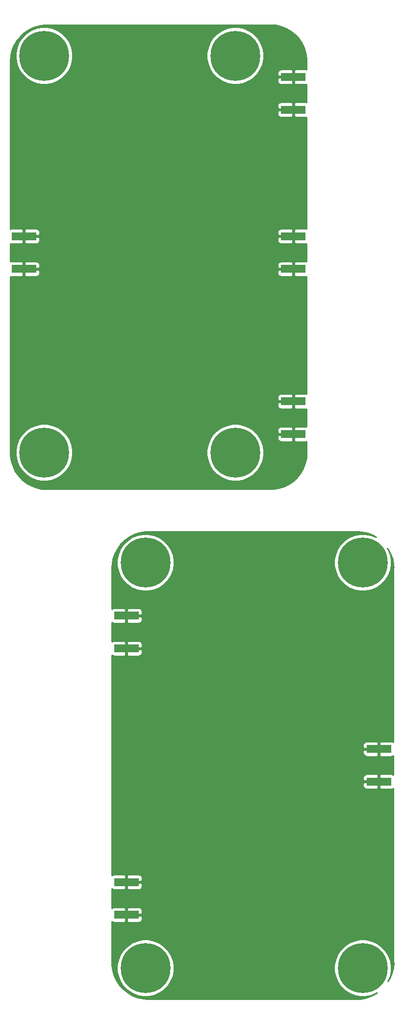
<source format=gbr>
%TF.GenerationSoftware,KiCad,Pcbnew,(5.1.6)-1*%
%TF.CreationDate,2021-12-16T16:10:30-05:00*%
%TF.ProjectId,RFID_PROJECT,52464944-5f50-4524-9f4a-4543542e6b69,c*%
%TF.SameCoordinates,Original*%
%TF.FileFunction,Copper,L4,Bot*%
%TF.FilePolarity,Positive*%
%FSLAX46Y46*%
G04 Gerber Fmt 4.6, Leading zero omitted, Abs format (unit mm)*
G04 Created by KiCad (PCBNEW (5.1.6)-1) date 2021-12-16 16:10:30*
%MOMM*%
%LPD*%
G01*
G04 APERTURE LIST*
%TA.AperFunction,ComponentPad*%
%ADD10C,0.900000*%
%TD*%
%TA.AperFunction,ComponentPad*%
%ADD11C,8.600000*%
%TD*%
%TA.AperFunction,SMDPad,CuDef*%
%ADD12R,4.200000X1.350000*%
%TD*%
%TA.AperFunction,ViaPad*%
%ADD13C,1.000000*%
%TD*%
%TA.AperFunction,Conductor*%
%ADD14C,0.254000*%
%TD*%
G04 APERTURE END LIST*
D10*
%TO.P,H8,1*%
%TO.N,N/C*%
X146280419Y-182219581D03*
X144000000Y-181275000D03*
X141719581Y-182219581D03*
X140775000Y-184500000D03*
X141719581Y-186780419D03*
X144000000Y-187725000D03*
X146280419Y-186780419D03*
X147225000Y-184500000D03*
D11*
X144000000Y-184500000D03*
%TD*%
D10*
%TO.P,H7,1*%
%TO.N,N/C*%
X108780419Y-182219581D03*
X106500000Y-181275000D03*
X104219581Y-182219581D03*
X103275000Y-184500000D03*
X104219581Y-186780419D03*
X106500000Y-187725000D03*
X108780419Y-186780419D03*
X109725000Y-184500000D03*
D11*
X106500000Y-184500000D03*
%TD*%
D10*
%TO.P,H6,1*%
%TO.N,N/C*%
X146280419Y-112219581D03*
X144000000Y-111275000D03*
X141719581Y-112219581D03*
X140775000Y-114500000D03*
X141719581Y-116780419D03*
X144000000Y-117725000D03*
X146280419Y-116780419D03*
X147225000Y-114500000D03*
D11*
X144000000Y-114500000D03*
%TD*%
D10*
%TO.P,H5,1*%
%TO.N,N/C*%
X108780419Y-112219581D03*
X106500000Y-111275000D03*
X104219581Y-112219581D03*
X103275000Y-114500000D03*
X104219581Y-116780419D03*
X106500000Y-117725000D03*
X108780419Y-116780419D03*
X109725000Y-114500000D03*
D11*
X106500000Y-114500000D03*
%TD*%
D10*
%TO.P,H4,1*%
%TO.N,N/C*%
X124280419Y-93219581D03*
X122000000Y-92275000D03*
X119719581Y-93219581D03*
X118775000Y-95500000D03*
X119719581Y-97780419D03*
X122000000Y-98725000D03*
X124280419Y-97780419D03*
X125225000Y-95500000D03*
D11*
X122000000Y-95500000D03*
%TD*%
D10*
%TO.P,H3,1*%
%TO.N,N/C*%
X91280419Y-93219581D03*
X89000000Y-92275000D03*
X86719581Y-93219581D03*
X85775000Y-95500000D03*
X86719581Y-97780419D03*
X89000000Y-98725000D03*
X91280419Y-97780419D03*
X92225000Y-95500000D03*
D11*
X89000000Y-95500000D03*
%TD*%
D10*
%TO.P,H2,1*%
%TO.N,N/C*%
X124280419Y-24719581D03*
X122000000Y-23775000D03*
X119719581Y-24719581D03*
X118775000Y-27000000D03*
X119719581Y-29280419D03*
X122000000Y-30225000D03*
X124280419Y-29280419D03*
X125225000Y-27000000D03*
D11*
X122000000Y-27000000D03*
%TD*%
D10*
%TO.P,H1,1*%
%TO.N,N/C*%
X91280419Y-24719581D03*
X89000000Y-23775000D03*
X86719581Y-24719581D03*
X85775000Y-27000000D03*
X86719581Y-29280419D03*
X89000000Y-30225000D03*
X91280419Y-29280419D03*
X92225000Y-27000000D03*
D11*
X89000000Y-27000000D03*
%TD*%
D12*
%TO.P,J1,2*%
%TO.N,GND*%
X85500000Y-58175000D03*
X85500000Y-63825000D03*
%TD*%
%TO.P,J2,2*%
%TO.N,GND*%
X132030001Y-30675000D03*
X132030001Y-36325000D03*
%TD*%
%TO.P,J3,2*%
%TO.N,GND*%
X132030001Y-63825000D03*
X132030001Y-58175000D03*
%TD*%
%TO.P,J4,2*%
%TO.N,GND*%
X132030001Y-86675000D03*
X132030001Y-92325000D03*
%TD*%
%TO.P,J5,2*%
%TO.N,GND1*%
X103200000Y-123675000D03*
X103200000Y-129325000D03*
%TD*%
%TO.P,J6,2*%
%TO.N,GND1*%
X103200000Y-169675000D03*
X103200000Y-175325000D03*
%TD*%
%TO.P,J7,2*%
%TO.N,GND1*%
X146800000Y-146675000D03*
X146800000Y-152325000D03*
%TD*%
D13*
%TO.N,GND*%
X94000000Y-32500000D03*
X117000000Y-32500000D03*
X116000000Y-90500000D03*
X94000000Y-90500000D03*
%TO.N,GND1*%
X110500000Y-119500000D03*
X138500000Y-118500000D03*
X138500000Y-179500000D03*
X110500000Y-179500000D03*
%TD*%
D14*
%TO.N,GND*%
G36*
X89365717Y-21675088D02*
G01*
X89466353Y-21685000D01*
X128033647Y-21685000D01*
X128134283Y-21675088D01*
X128142993Y-21672446D01*
X128936842Y-21731439D01*
X129853106Y-21938769D01*
X130728657Y-22279252D01*
X131544265Y-22745410D01*
X132282014Y-23327005D01*
X132925689Y-24011251D01*
X133461160Y-24783129D01*
X133876659Y-25625677D01*
X134163054Y-26520376D01*
X134315689Y-27457579D01*
X134332427Y-27840946D01*
X134324912Y-27865718D01*
X134315000Y-27966354D01*
X134315000Y-29392546D01*
X134254483Y-29374188D01*
X134130001Y-29361928D01*
X132315751Y-29365000D01*
X132157001Y-29523750D01*
X132157001Y-30548000D01*
X132177001Y-30548000D01*
X132177001Y-30802000D01*
X132157001Y-30802000D01*
X132157001Y-31826250D01*
X132315751Y-31985000D01*
X134130001Y-31988072D01*
X134254483Y-31975812D01*
X134315000Y-31957454D01*
X134315000Y-35042546D01*
X134254483Y-35024188D01*
X134130001Y-35011928D01*
X132315751Y-35015000D01*
X132157001Y-35173750D01*
X132157001Y-36198000D01*
X132177001Y-36198000D01*
X132177001Y-36452000D01*
X132157001Y-36452000D01*
X132157001Y-37476250D01*
X132315751Y-37635000D01*
X134130001Y-37638072D01*
X134254483Y-37625812D01*
X134315000Y-37607454D01*
X134315000Y-56892546D01*
X134254483Y-56874188D01*
X134130001Y-56861928D01*
X132315751Y-56865000D01*
X132157001Y-57023750D01*
X132157001Y-58048000D01*
X132177001Y-58048000D01*
X132177001Y-58302000D01*
X132157001Y-58302000D01*
X132157001Y-59326250D01*
X132315751Y-59485000D01*
X134130001Y-59488072D01*
X134254483Y-59475812D01*
X134315000Y-59457454D01*
X134315001Y-62542546D01*
X134254483Y-62524188D01*
X134130001Y-62511928D01*
X132315751Y-62515000D01*
X132157001Y-62673750D01*
X132157001Y-63698000D01*
X132177001Y-63698000D01*
X132177001Y-63952000D01*
X132157001Y-63952000D01*
X132157001Y-64976250D01*
X132315751Y-65135000D01*
X134130001Y-65138072D01*
X134254483Y-65125812D01*
X134315001Y-65107454D01*
X134315001Y-85392546D01*
X134254483Y-85374188D01*
X134130001Y-85361928D01*
X132315751Y-85365000D01*
X132157001Y-85523750D01*
X132157001Y-86548000D01*
X132177001Y-86548000D01*
X132177001Y-86802000D01*
X132157001Y-86802000D01*
X132157001Y-87826250D01*
X132315751Y-87985000D01*
X134130001Y-87988072D01*
X134254483Y-87975812D01*
X134315001Y-87957454D01*
X134315001Y-91042546D01*
X134254483Y-91024188D01*
X134130001Y-91011928D01*
X132315751Y-91015000D01*
X132157001Y-91173750D01*
X132157001Y-92198000D01*
X132177001Y-92198000D01*
X132177001Y-92452000D01*
X132157001Y-92452000D01*
X132157001Y-93476250D01*
X132315751Y-93635000D01*
X134130001Y-93638072D01*
X134254483Y-93625812D01*
X134315001Y-93607454D01*
X134315001Y-95533647D01*
X134324913Y-95634283D01*
X134327554Y-95642990D01*
X134268561Y-96436841D01*
X134061231Y-97353106D01*
X133720748Y-98228657D01*
X133254590Y-99044265D01*
X132672995Y-99782014D01*
X131988749Y-100425689D01*
X131216871Y-100961160D01*
X130374323Y-101376659D01*
X129479624Y-101663054D01*
X128542414Y-101815689D01*
X128159055Y-101832427D01*
X128134283Y-101824912D01*
X128033647Y-101815000D01*
X89466353Y-101815000D01*
X89365717Y-101824912D01*
X89357007Y-101827554D01*
X88563159Y-101768561D01*
X87646894Y-101561231D01*
X86771343Y-101220748D01*
X85955735Y-100754590D01*
X85217986Y-100172995D01*
X84574311Y-99488749D01*
X84038840Y-98716871D01*
X83623341Y-97874323D01*
X83336946Y-96979624D01*
X83184311Y-96042414D01*
X83167573Y-95659055D01*
X83175088Y-95634283D01*
X83185000Y-95533647D01*
X83185000Y-95013945D01*
X84065000Y-95013945D01*
X84065000Y-95986055D01*
X84254650Y-96939486D01*
X84626660Y-97837599D01*
X85166735Y-98645879D01*
X85854121Y-99333265D01*
X86662401Y-99873340D01*
X87560514Y-100245350D01*
X88513945Y-100435000D01*
X89486055Y-100435000D01*
X90439486Y-100245350D01*
X91337599Y-99873340D01*
X92145879Y-99333265D01*
X92833265Y-98645879D01*
X93373340Y-97837599D01*
X93745350Y-96939486D01*
X93935000Y-95986055D01*
X93935000Y-95013945D01*
X117065000Y-95013945D01*
X117065000Y-95986055D01*
X117254650Y-96939486D01*
X117626660Y-97837599D01*
X118166735Y-98645879D01*
X118854121Y-99333265D01*
X119662401Y-99873340D01*
X120560514Y-100245350D01*
X121513945Y-100435000D01*
X122486055Y-100435000D01*
X123439486Y-100245350D01*
X124337599Y-99873340D01*
X125145879Y-99333265D01*
X125833265Y-98645879D01*
X126373340Y-97837599D01*
X126745350Y-96939486D01*
X126935000Y-95986055D01*
X126935000Y-95013945D01*
X126745350Y-94060514D01*
X126373340Y-93162401D01*
X126264828Y-93000000D01*
X129291929Y-93000000D01*
X129304189Y-93124482D01*
X129340499Y-93244180D01*
X129399464Y-93354494D01*
X129478816Y-93451185D01*
X129575507Y-93530537D01*
X129685821Y-93589502D01*
X129805519Y-93625812D01*
X129930001Y-93638072D01*
X131744251Y-93635000D01*
X131903001Y-93476250D01*
X131903001Y-92452000D01*
X129453751Y-92452000D01*
X129295001Y-92610750D01*
X129291929Y-93000000D01*
X126264828Y-93000000D01*
X125833265Y-92354121D01*
X125145879Y-91666735D01*
X125120834Y-91650000D01*
X129291929Y-91650000D01*
X129295001Y-92039250D01*
X129453751Y-92198000D01*
X131903001Y-92198000D01*
X131903001Y-91173750D01*
X131744251Y-91015000D01*
X129930001Y-91011928D01*
X129805519Y-91024188D01*
X129685821Y-91060498D01*
X129575507Y-91119463D01*
X129478816Y-91198815D01*
X129399464Y-91295506D01*
X129340499Y-91405820D01*
X129304189Y-91525518D01*
X129291929Y-91650000D01*
X125120834Y-91650000D01*
X124337599Y-91126660D01*
X123439486Y-90754650D01*
X122486055Y-90565000D01*
X121513945Y-90565000D01*
X120560514Y-90754650D01*
X119662401Y-91126660D01*
X118854121Y-91666735D01*
X118166735Y-92354121D01*
X117626660Y-93162401D01*
X117254650Y-94060514D01*
X117065000Y-95013945D01*
X93935000Y-95013945D01*
X93745350Y-94060514D01*
X93373340Y-93162401D01*
X92833265Y-92354121D01*
X92145879Y-91666735D01*
X91337599Y-91126660D01*
X90439486Y-90754650D01*
X89486055Y-90565000D01*
X88513945Y-90565000D01*
X87560514Y-90754650D01*
X86662401Y-91126660D01*
X85854121Y-91666735D01*
X85166735Y-92354121D01*
X84626660Y-93162401D01*
X84254650Y-94060514D01*
X84065000Y-95013945D01*
X83185000Y-95013945D01*
X83185000Y-87350000D01*
X129291929Y-87350000D01*
X129304189Y-87474482D01*
X129340499Y-87594180D01*
X129399464Y-87704494D01*
X129478816Y-87801185D01*
X129575507Y-87880537D01*
X129685821Y-87939502D01*
X129805519Y-87975812D01*
X129930001Y-87988072D01*
X131744251Y-87985000D01*
X131903001Y-87826250D01*
X131903001Y-86802000D01*
X129453751Y-86802000D01*
X129295001Y-86960750D01*
X129291929Y-87350000D01*
X83185000Y-87350000D01*
X83185000Y-86000000D01*
X129291929Y-86000000D01*
X129295001Y-86389250D01*
X129453751Y-86548000D01*
X131903001Y-86548000D01*
X131903001Y-85523750D01*
X131744251Y-85365000D01*
X129930001Y-85361928D01*
X129805519Y-85374188D01*
X129685821Y-85410498D01*
X129575507Y-85469463D01*
X129478816Y-85548815D01*
X129399464Y-85645506D01*
X129340499Y-85755820D01*
X129304189Y-85875518D01*
X129291929Y-86000000D01*
X83185000Y-86000000D01*
X83185000Y-65098354D01*
X83275518Y-65125812D01*
X83400000Y-65138072D01*
X85214250Y-65135000D01*
X85373000Y-64976250D01*
X85373000Y-63952000D01*
X85627000Y-63952000D01*
X85627000Y-64976250D01*
X85785750Y-65135000D01*
X87600000Y-65138072D01*
X87724482Y-65125812D01*
X87844180Y-65089502D01*
X87954494Y-65030537D01*
X88051185Y-64951185D01*
X88130537Y-64854494D01*
X88189502Y-64744180D01*
X88225812Y-64624482D01*
X88238072Y-64500000D01*
X129291929Y-64500000D01*
X129304189Y-64624482D01*
X129340499Y-64744180D01*
X129399464Y-64854494D01*
X129478816Y-64951185D01*
X129575507Y-65030537D01*
X129685821Y-65089502D01*
X129805519Y-65125812D01*
X129930001Y-65138072D01*
X131744251Y-65135000D01*
X131903001Y-64976250D01*
X131903001Y-63952000D01*
X129453751Y-63952000D01*
X129295001Y-64110750D01*
X129291929Y-64500000D01*
X88238072Y-64500000D01*
X88235000Y-64110750D01*
X88076250Y-63952000D01*
X85627000Y-63952000D01*
X85373000Y-63952000D01*
X85353000Y-63952000D01*
X85353000Y-63698000D01*
X85373000Y-63698000D01*
X85373000Y-62673750D01*
X85627000Y-62673750D01*
X85627000Y-63698000D01*
X88076250Y-63698000D01*
X88235000Y-63539250D01*
X88238072Y-63150000D01*
X129291929Y-63150000D01*
X129295001Y-63539250D01*
X129453751Y-63698000D01*
X131903001Y-63698000D01*
X131903001Y-62673750D01*
X131744251Y-62515000D01*
X129930001Y-62511928D01*
X129805519Y-62524188D01*
X129685821Y-62560498D01*
X129575507Y-62619463D01*
X129478816Y-62698815D01*
X129399464Y-62795506D01*
X129340499Y-62905820D01*
X129304189Y-63025518D01*
X129291929Y-63150000D01*
X88238072Y-63150000D01*
X88225812Y-63025518D01*
X88189502Y-62905820D01*
X88130537Y-62795506D01*
X88051185Y-62698815D01*
X87954494Y-62619463D01*
X87844180Y-62560498D01*
X87724482Y-62524188D01*
X87600000Y-62511928D01*
X85785750Y-62515000D01*
X85627000Y-62673750D01*
X85373000Y-62673750D01*
X85214250Y-62515000D01*
X83400000Y-62511928D01*
X83275518Y-62524188D01*
X83185000Y-62551646D01*
X83185000Y-59448354D01*
X83275518Y-59475812D01*
X83400000Y-59488072D01*
X85214250Y-59485000D01*
X85373000Y-59326250D01*
X85373000Y-58302000D01*
X85627000Y-58302000D01*
X85627000Y-59326250D01*
X85785750Y-59485000D01*
X87600000Y-59488072D01*
X87724482Y-59475812D01*
X87844180Y-59439502D01*
X87954494Y-59380537D01*
X88051185Y-59301185D01*
X88130537Y-59204494D01*
X88189502Y-59094180D01*
X88225812Y-58974482D01*
X88238072Y-58850000D01*
X129291929Y-58850000D01*
X129304189Y-58974482D01*
X129340499Y-59094180D01*
X129399464Y-59204494D01*
X129478816Y-59301185D01*
X129575507Y-59380537D01*
X129685821Y-59439502D01*
X129805519Y-59475812D01*
X129930001Y-59488072D01*
X131744251Y-59485000D01*
X131903001Y-59326250D01*
X131903001Y-58302000D01*
X129453751Y-58302000D01*
X129295001Y-58460750D01*
X129291929Y-58850000D01*
X88238072Y-58850000D01*
X88235000Y-58460750D01*
X88076250Y-58302000D01*
X85627000Y-58302000D01*
X85373000Y-58302000D01*
X85353000Y-58302000D01*
X85353000Y-58048000D01*
X85373000Y-58048000D01*
X85373000Y-57023750D01*
X85627000Y-57023750D01*
X85627000Y-58048000D01*
X88076250Y-58048000D01*
X88235000Y-57889250D01*
X88238072Y-57500000D01*
X129291929Y-57500000D01*
X129295001Y-57889250D01*
X129453751Y-58048000D01*
X131903001Y-58048000D01*
X131903001Y-57023750D01*
X131744251Y-56865000D01*
X129930001Y-56861928D01*
X129805519Y-56874188D01*
X129685821Y-56910498D01*
X129575507Y-56969463D01*
X129478816Y-57048815D01*
X129399464Y-57145506D01*
X129340499Y-57255820D01*
X129304189Y-57375518D01*
X129291929Y-57500000D01*
X88238072Y-57500000D01*
X88225812Y-57375518D01*
X88189502Y-57255820D01*
X88130537Y-57145506D01*
X88051185Y-57048815D01*
X87954494Y-56969463D01*
X87844180Y-56910498D01*
X87724482Y-56874188D01*
X87600000Y-56861928D01*
X85785750Y-56865000D01*
X85627000Y-57023750D01*
X85373000Y-57023750D01*
X85214250Y-56865000D01*
X83400000Y-56861928D01*
X83275518Y-56874188D01*
X83185000Y-56901646D01*
X83185000Y-37000000D01*
X129291929Y-37000000D01*
X129304189Y-37124482D01*
X129340499Y-37244180D01*
X129399464Y-37354494D01*
X129478816Y-37451185D01*
X129575507Y-37530537D01*
X129685821Y-37589502D01*
X129805519Y-37625812D01*
X129930001Y-37638072D01*
X131744251Y-37635000D01*
X131903001Y-37476250D01*
X131903001Y-36452000D01*
X129453751Y-36452000D01*
X129295001Y-36610750D01*
X129291929Y-37000000D01*
X83185000Y-37000000D01*
X83185000Y-35650000D01*
X129291929Y-35650000D01*
X129295001Y-36039250D01*
X129453751Y-36198000D01*
X131903001Y-36198000D01*
X131903001Y-35173750D01*
X131744251Y-35015000D01*
X129930001Y-35011928D01*
X129805519Y-35024188D01*
X129685821Y-35060498D01*
X129575507Y-35119463D01*
X129478816Y-35198815D01*
X129399464Y-35295506D01*
X129340499Y-35405820D01*
X129304189Y-35525518D01*
X129291929Y-35650000D01*
X83185000Y-35650000D01*
X83185000Y-27966353D01*
X83175088Y-27865717D01*
X83172446Y-27857007D01*
X83231439Y-27063158D01*
X83355713Y-26513945D01*
X84065000Y-26513945D01*
X84065000Y-27486055D01*
X84254650Y-28439486D01*
X84626660Y-29337599D01*
X85166735Y-30145879D01*
X85854121Y-30833265D01*
X86662401Y-31373340D01*
X87560514Y-31745350D01*
X88513945Y-31935000D01*
X89486055Y-31935000D01*
X90439486Y-31745350D01*
X91337599Y-31373340D01*
X92145879Y-30833265D01*
X92833265Y-30145879D01*
X93373340Y-29337599D01*
X93745350Y-28439486D01*
X93935000Y-27486055D01*
X93935000Y-26513945D01*
X117065000Y-26513945D01*
X117065000Y-27486055D01*
X117254650Y-28439486D01*
X117626660Y-29337599D01*
X118166735Y-30145879D01*
X118854121Y-30833265D01*
X119662401Y-31373340D01*
X120560514Y-31745350D01*
X121513945Y-31935000D01*
X122486055Y-31935000D01*
X123439486Y-31745350D01*
X124337599Y-31373340D01*
X124372529Y-31350000D01*
X129291929Y-31350000D01*
X129304189Y-31474482D01*
X129340499Y-31594180D01*
X129399464Y-31704494D01*
X129478816Y-31801185D01*
X129575507Y-31880537D01*
X129685821Y-31939502D01*
X129805519Y-31975812D01*
X129930001Y-31988072D01*
X131744251Y-31985000D01*
X131903001Y-31826250D01*
X131903001Y-30802000D01*
X129453751Y-30802000D01*
X129295001Y-30960750D01*
X129291929Y-31350000D01*
X124372529Y-31350000D01*
X125145879Y-30833265D01*
X125833265Y-30145879D01*
X125930738Y-30000000D01*
X129291929Y-30000000D01*
X129295001Y-30389250D01*
X129453751Y-30548000D01*
X131903001Y-30548000D01*
X131903001Y-29523750D01*
X131744251Y-29365000D01*
X129930001Y-29361928D01*
X129805519Y-29374188D01*
X129685821Y-29410498D01*
X129575507Y-29469463D01*
X129478816Y-29548815D01*
X129399464Y-29645506D01*
X129340499Y-29755820D01*
X129304189Y-29875518D01*
X129291929Y-30000000D01*
X125930738Y-30000000D01*
X126373340Y-29337599D01*
X126745350Y-28439486D01*
X126935000Y-27486055D01*
X126935000Y-26513945D01*
X126745350Y-25560514D01*
X126373340Y-24662401D01*
X125833265Y-23854121D01*
X125145879Y-23166735D01*
X124337599Y-22626660D01*
X123439486Y-22254650D01*
X122486055Y-22065000D01*
X121513945Y-22065000D01*
X120560514Y-22254650D01*
X119662401Y-22626660D01*
X118854121Y-23166735D01*
X118166735Y-23854121D01*
X117626660Y-24662401D01*
X117254650Y-25560514D01*
X117065000Y-26513945D01*
X93935000Y-26513945D01*
X93745350Y-25560514D01*
X93373340Y-24662401D01*
X92833265Y-23854121D01*
X92145879Y-23166735D01*
X91337599Y-22626660D01*
X90439486Y-22254650D01*
X89486055Y-22065000D01*
X88513945Y-22065000D01*
X87560514Y-22254650D01*
X86662401Y-22626660D01*
X85854121Y-23166735D01*
X85166735Y-23854121D01*
X84626660Y-24662401D01*
X84254650Y-25560514D01*
X84065000Y-26513945D01*
X83355713Y-26513945D01*
X83438769Y-26146894D01*
X83779252Y-25271343D01*
X84245410Y-24455735D01*
X84827005Y-23717986D01*
X85511251Y-23074311D01*
X86283129Y-22538840D01*
X87125677Y-22123341D01*
X88020376Y-21836946D01*
X88957579Y-21684311D01*
X89340945Y-21667573D01*
X89365717Y-21675088D01*
G37*
X89365717Y-21675088D02*
X89466353Y-21685000D01*
X128033647Y-21685000D01*
X128134283Y-21675088D01*
X128142993Y-21672446D01*
X128936842Y-21731439D01*
X129853106Y-21938769D01*
X130728657Y-22279252D01*
X131544265Y-22745410D01*
X132282014Y-23327005D01*
X132925689Y-24011251D01*
X133461160Y-24783129D01*
X133876659Y-25625677D01*
X134163054Y-26520376D01*
X134315689Y-27457579D01*
X134332427Y-27840946D01*
X134324912Y-27865718D01*
X134315000Y-27966354D01*
X134315000Y-29392546D01*
X134254483Y-29374188D01*
X134130001Y-29361928D01*
X132315751Y-29365000D01*
X132157001Y-29523750D01*
X132157001Y-30548000D01*
X132177001Y-30548000D01*
X132177001Y-30802000D01*
X132157001Y-30802000D01*
X132157001Y-31826250D01*
X132315751Y-31985000D01*
X134130001Y-31988072D01*
X134254483Y-31975812D01*
X134315000Y-31957454D01*
X134315000Y-35042546D01*
X134254483Y-35024188D01*
X134130001Y-35011928D01*
X132315751Y-35015000D01*
X132157001Y-35173750D01*
X132157001Y-36198000D01*
X132177001Y-36198000D01*
X132177001Y-36452000D01*
X132157001Y-36452000D01*
X132157001Y-37476250D01*
X132315751Y-37635000D01*
X134130001Y-37638072D01*
X134254483Y-37625812D01*
X134315000Y-37607454D01*
X134315000Y-56892546D01*
X134254483Y-56874188D01*
X134130001Y-56861928D01*
X132315751Y-56865000D01*
X132157001Y-57023750D01*
X132157001Y-58048000D01*
X132177001Y-58048000D01*
X132177001Y-58302000D01*
X132157001Y-58302000D01*
X132157001Y-59326250D01*
X132315751Y-59485000D01*
X134130001Y-59488072D01*
X134254483Y-59475812D01*
X134315000Y-59457454D01*
X134315001Y-62542546D01*
X134254483Y-62524188D01*
X134130001Y-62511928D01*
X132315751Y-62515000D01*
X132157001Y-62673750D01*
X132157001Y-63698000D01*
X132177001Y-63698000D01*
X132177001Y-63952000D01*
X132157001Y-63952000D01*
X132157001Y-64976250D01*
X132315751Y-65135000D01*
X134130001Y-65138072D01*
X134254483Y-65125812D01*
X134315001Y-65107454D01*
X134315001Y-85392546D01*
X134254483Y-85374188D01*
X134130001Y-85361928D01*
X132315751Y-85365000D01*
X132157001Y-85523750D01*
X132157001Y-86548000D01*
X132177001Y-86548000D01*
X132177001Y-86802000D01*
X132157001Y-86802000D01*
X132157001Y-87826250D01*
X132315751Y-87985000D01*
X134130001Y-87988072D01*
X134254483Y-87975812D01*
X134315001Y-87957454D01*
X134315001Y-91042546D01*
X134254483Y-91024188D01*
X134130001Y-91011928D01*
X132315751Y-91015000D01*
X132157001Y-91173750D01*
X132157001Y-92198000D01*
X132177001Y-92198000D01*
X132177001Y-92452000D01*
X132157001Y-92452000D01*
X132157001Y-93476250D01*
X132315751Y-93635000D01*
X134130001Y-93638072D01*
X134254483Y-93625812D01*
X134315001Y-93607454D01*
X134315001Y-95533647D01*
X134324913Y-95634283D01*
X134327554Y-95642990D01*
X134268561Y-96436841D01*
X134061231Y-97353106D01*
X133720748Y-98228657D01*
X133254590Y-99044265D01*
X132672995Y-99782014D01*
X131988749Y-100425689D01*
X131216871Y-100961160D01*
X130374323Y-101376659D01*
X129479624Y-101663054D01*
X128542414Y-101815689D01*
X128159055Y-101832427D01*
X128134283Y-101824912D01*
X128033647Y-101815000D01*
X89466353Y-101815000D01*
X89365717Y-101824912D01*
X89357007Y-101827554D01*
X88563159Y-101768561D01*
X87646894Y-101561231D01*
X86771343Y-101220748D01*
X85955735Y-100754590D01*
X85217986Y-100172995D01*
X84574311Y-99488749D01*
X84038840Y-98716871D01*
X83623341Y-97874323D01*
X83336946Y-96979624D01*
X83184311Y-96042414D01*
X83167573Y-95659055D01*
X83175088Y-95634283D01*
X83185000Y-95533647D01*
X83185000Y-95013945D01*
X84065000Y-95013945D01*
X84065000Y-95986055D01*
X84254650Y-96939486D01*
X84626660Y-97837599D01*
X85166735Y-98645879D01*
X85854121Y-99333265D01*
X86662401Y-99873340D01*
X87560514Y-100245350D01*
X88513945Y-100435000D01*
X89486055Y-100435000D01*
X90439486Y-100245350D01*
X91337599Y-99873340D01*
X92145879Y-99333265D01*
X92833265Y-98645879D01*
X93373340Y-97837599D01*
X93745350Y-96939486D01*
X93935000Y-95986055D01*
X93935000Y-95013945D01*
X117065000Y-95013945D01*
X117065000Y-95986055D01*
X117254650Y-96939486D01*
X117626660Y-97837599D01*
X118166735Y-98645879D01*
X118854121Y-99333265D01*
X119662401Y-99873340D01*
X120560514Y-100245350D01*
X121513945Y-100435000D01*
X122486055Y-100435000D01*
X123439486Y-100245350D01*
X124337599Y-99873340D01*
X125145879Y-99333265D01*
X125833265Y-98645879D01*
X126373340Y-97837599D01*
X126745350Y-96939486D01*
X126935000Y-95986055D01*
X126935000Y-95013945D01*
X126745350Y-94060514D01*
X126373340Y-93162401D01*
X126264828Y-93000000D01*
X129291929Y-93000000D01*
X129304189Y-93124482D01*
X129340499Y-93244180D01*
X129399464Y-93354494D01*
X129478816Y-93451185D01*
X129575507Y-93530537D01*
X129685821Y-93589502D01*
X129805519Y-93625812D01*
X129930001Y-93638072D01*
X131744251Y-93635000D01*
X131903001Y-93476250D01*
X131903001Y-92452000D01*
X129453751Y-92452000D01*
X129295001Y-92610750D01*
X129291929Y-93000000D01*
X126264828Y-93000000D01*
X125833265Y-92354121D01*
X125145879Y-91666735D01*
X125120834Y-91650000D01*
X129291929Y-91650000D01*
X129295001Y-92039250D01*
X129453751Y-92198000D01*
X131903001Y-92198000D01*
X131903001Y-91173750D01*
X131744251Y-91015000D01*
X129930001Y-91011928D01*
X129805519Y-91024188D01*
X129685821Y-91060498D01*
X129575507Y-91119463D01*
X129478816Y-91198815D01*
X129399464Y-91295506D01*
X129340499Y-91405820D01*
X129304189Y-91525518D01*
X129291929Y-91650000D01*
X125120834Y-91650000D01*
X124337599Y-91126660D01*
X123439486Y-90754650D01*
X122486055Y-90565000D01*
X121513945Y-90565000D01*
X120560514Y-90754650D01*
X119662401Y-91126660D01*
X118854121Y-91666735D01*
X118166735Y-92354121D01*
X117626660Y-93162401D01*
X117254650Y-94060514D01*
X117065000Y-95013945D01*
X93935000Y-95013945D01*
X93745350Y-94060514D01*
X93373340Y-93162401D01*
X92833265Y-92354121D01*
X92145879Y-91666735D01*
X91337599Y-91126660D01*
X90439486Y-90754650D01*
X89486055Y-90565000D01*
X88513945Y-90565000D01*
X87560514Y-90754650D01*
X86662401Y-91126660D01*
X85854121Y-91666735D01*
X85166735Y-92354121D01*
X84626660Y-93162401D01*
X84254650Y-94060514D01*
X84065000Y-95013945D01*
X83185000Y-95013945D01*
X83185000Y-87350000D01*
X129291929Y-87350000D01*
X129304189Y-87474482D01*
X129340499Y-87594180D01*
X129399464Y-87704494D01*
X129478816Y-87801185D01*
X129575507Y-87880537D01*
X129685821Y-87939502D01*
X129805519Y-87975812D01*
X129930001Y-87988072D01*
X131744251Y-87985000D01*
X131903001Y-87826250D01*
X131903001Y-86802000D01*
X129453751Y-86802000D01*
X129295001Y-86960750D01*
X129291929Y-87350000D01*
X83185000Y-87350000D01*
X83185000Y-86000000D01*
X129291929Y-86000000D01*
X129295001Y-86389250D01*
X129453751Y-86548000D01*
X131903001Y-86548000D01*
X131903001Y-85523750D01*
X131744251Y-85365000D01*
X129930001Y-85361928D01*
X129805519Y-85374188D01*
X129685821Y-85410498D01*
X129575507Y-85469463D01*
X129478816Y-85548815D01*
X129399464Y-85645506D01*
X129340499Y-85755820D01*
X129304189Y-85875518D01*
X129291929Y-86000000D01*
X83185000Y-86000000D01*
X83185000Y-65098354D01*
X83275518Y-65125812D01*
X83400000Y-65138072D01*
X85214250Y-65135000D01*
X85373000Y-64976250D01*
X85373000Y-63952000D01*
X85627000Y-63952000D01*
X85627000Y-64976250D01*
X85785750Y-65135000D01*
X87600000Y-65138072D01*
X87724482Y-65125812D01*
X87844180Y-65089502D01*
X87954494Y-65030537D01*
X88051185Y-64951185D01*
X88130537Y-64854494D01*
X88189502Y-64744180D01*
X88225812Y-64624482D01*
X88238072Y-64500000D01*
X129291929Y-64500000D01*
X129304189Y-64624482D01*
X129340499Y-64744180D01*
X129399464Y-64854494D01*
X129478816Y-64951185D01*
X129575507Y-65030537D01*
X129685821Y-65089502D01*
X129805519Y-65125812D01*
X129930001Y-65138072D01*
X131744251Y-65135000D01*
X131903001Y-64976250D01*
X131903001Y-63952000D01*
X129453751Y-63952000D01*
X129295001Y-64110750D01*
X129291929Y-64500000D01*
X88238072Y-64500000D01*
X88235000Y-64110750D01*
X88076250Y-63952000D01*
X85627000Y-63952000D01*
X85373000Y-63952000D01*
X85353000Y-63952000D01*
X85353000Y-63698000D01*
X85373000Y-63698000D01*
X85373000Y-62673750D01*
X85627000Y-62673750D01*
X85627000Y-63698000D01*
X88076250Y-63698000D01*
X88235000Y-63539250D01*
X88238072Y-63150000D01*
X129291929Y-63150000D01*
X129295001Y-63539250D01*
X129453751Y-63698000D01*
X131903001Y-63698000D01*
X131903001Y-62673750D01*
X131744251Y-62515000D01*
X129930001Y-62511928D01*
X129805519Y-62524188D01*
X129685821Y-62560498D01*
X129575507Y-62619463D01*
X129478816Y-62698815D01*
X129399464Y-62795506D01*
X129340499Y-62905820D01*
X129304189Y-63025518D01*
X129291929Y-63150000D01*
X88238072Y-63150000D01*
X88225812Y-63025518D01*
X88189502Y-62905820D01*
X88130537Y-62795506D01*
X88051185Y-62698815D01*
X87954494Y-62619463D01*
X87844180Y-62560498D01*
X87724482Y-62524188D01*
X87600000Y-62511928D01*
X85785750Y-62515000D01*
X85627000Y-62673750D01*
X85373000Y-62673750D01*
X85214250Y-62515000D01*
X83400000Y-62511928D01*
X83275518Y-62524188D01*
X83185000Y-62551646D01*
X83185000Y-59448354D01*
X83275518Y-59475812D01*
X83400000Y-59488072D01*
X85214250Y-59485000D01*
X85373000Y-59326250D01*
X85373000Y-58302000D01*
X85627000Y-58302000D01*
X85627000Y-59326250D01*
X85785750Y-59485000D01*
X87600000Y-59488072D01*
X87724482Y-59475812D01*
X87844180Y-59439502D01*
X87954494Y-59380537D01*
X88051185Y-59301185D01*
X88130537Y-59204494D01*
X88189502Y-59094180D01*
X88225812Y-58974482D01*
X88238072Y-58850000D01*
X129291929Y-58850000D01*
X129304189Y-58974482D01*
X129340499Y-59094180D01*
X129399464Y-59204494D01*
X129478816Y-59301185D01*
X129575507Y-59380537D01*
X129685821Y-59439502D01*
X129805519Y-59475812D01*
X129930001Y-59488072D01*
X131744251Y-59485000D01*
X131903001Y-59326250D01*
X131903001Y-58302000D01*
X129453751Y-58302000D01*
X129295001Y-58460750D01*
X129291929Y-58850000D01*
X88238072Y-58850000D01*
X88235000Y-58460750D01*
X88076250Y-58302000D01*
X85627000Y-58302000D01*
X85373000Y-58302000D01*
X85353000Y-58302000D01*
X85353000Y-58048000D01*
X85373000Y-58048000D01*
X85373000Y-57023750D01*
X85627000Y-57023750D01*
X85627000Y-58048000D01*
X88076250Y-58048000D01*
X88235000Y-57889250D01*
X88238072Y-57500000D01*
X129291929Y-57500000D01*
X129295001Y-57889250D01*
X129453751Y-58048000D01*
X131903001Y-58048000D01*
X131903001Y-57023750D01*
X131744251Y-56865000D01*
X129930001Y-56861928D01*
X129805519Y-56874188D01*
X129685821Y-56910498D01*
X129575507Y-56969463D01*
X129478816Y-57048815D01*
X129399464Y-57145506D01*
X129340499Y-57255820D01*
X129304189Y-57375518D01*
X129291929Y-57500000D01*
X88238072Y-57500000D01*
X88225812Y-57375518D01*
X88189502Y-57255820D01*
X88130537Y-57145506D01*
X88051185Y-57048815D01*
X87954494Y-56969463D01*
X87844180Y-56910498D01*
X87724482Y-56874188D01*
X87600000Y-56861928D01*
X85785750Y-56865000D01*
X85627000Y-57023750D01*
X85373000Y-57023750D01*
X85214250Y-56865000D01*
X83400000Y-56861928D01*
X83275518Y-56874188D01*
X83185000Y-56901646D01*
X83185000Y-37000000D01*
X129291929Y-37000000D01*
X129304189Y-37124482D01*
X129340499Y-37244180D01*
X129399464Y-37354494D01*
X129478816Y-37451185D01*
X129575507Y-37530537D01*
X129685821Y-37589502D01*
X129805519Y-37625812D01*
X129930001Y-37638072D01*
X131744251Y-37635000D01*
X131903001Y-37476250D01*
X131903001Y-36452000D01*
X129453751Y-36452000D01*
X129295001Y-36610750D01*
X129291929Y-37000000D01*
X83185000Y-37000000D01*
X83185000Y-35650000D01*
X129291929Y-35650000D01*
X129295001Y-36039250D01*
X129453751Y-36198000D01*
X131903001Y-36198000D01*
X131903001Y-35173750D01*
X131744251Y-35015000D01*
X129930001Y-35011928D01*
X129805519Y-35024188D01*
X129685821Y-35060498D01*
X129575507Y-35119463D01*
X129478816Y-35198815D01*
X129399464Y-35295506D01*
X129340499Y-35405820D01*
X129304189Y-35525518D01*
X129291929Y-35650000D01*
X83185000Y-35650000D01*
X83185000Y-27966353D01*
X83175088Y-27865717D01*
X83172446Y-27857007D01*
X83231439Y-27063158D01*
X83355713Y-26513945D01*
X84065000Y-26513945D01*
X84065000Y-27486055D01*
X84254650Y-28439486D01*
X84626660Y-29337599D01*
X85166735Y-30145879D01*
X85854121Y-30833265D01*
X86662401Y-31373340D01*
X87560514Y-31745350D01*
X88513945Y-31935000D01*
X89486055Y-31935000D01*
X90439486Y-31745350D01*
X91337599Y-31373340D01*
X92145879Y-30833265D01*
X92833265Y-30145879D01*
X93373340Y-29337599D01*
X93745350Y-28439486D01*
X93935000Y-27486055D01*
X93935000Y-26513945D01*
X117065000Y-26513945D01*
X117065000Y-27486055D01*
X117254650Y-28439486D01*
X117626660Y-29337599D01*
X118166735Y-30145879D01*
X118854121Y-30833265D01*
X119662401Y-31373340D01*
X120560514Y-31745350D01*
X121513945Y-31935000D01*
X122486055Y-31935000D01*
X123439486Y-31745350D01*
X124337599Y-31373340D01*
X124372529Y-31350000D01*
X129291929Y-31350000D01*
X129304189Y-31474482D01*
X129340499Y-31594180D01*
X129399464Y-31704494D01*
X129478816Y-31801185D01*
X129575507Y-31880537D01*
X129685821Y-31939502D01*
X129805519Y-31975812D01*
X129930001Y-31988072D01*
X131744251Y-31985000D01*
X131903001Y-31826250D01*
X131903001Y-30802000D01*
X129453751Y-30802000D01*
X129295001Y-30960750D01*
X129291929Y-31350000D01*
X124372529Y-31350000D01*
X125145879Y-30833265D01*
X125833265Y-30145879D01*
X125930738Y-30000000D01*
X129291929Y-30000000D01*
X129295001Y-30389250D01*
X129453751Y-30548000D01*
X131903001Y-30548000D01*
X131903001Y-29523750D01*
X131744251Y-29365000D01*
X129930001Y-29361928D01*
X129805519Y-29374188D01*
X129685821Y-29410498D01*
X129575507Y-29469463D01*
X129478816Y-29548815D01*
X129399464Y-29645506D01*
X129340499Y-29755820D01*
X129304189Y-29875518D01*
X129291929Y-30000000D01*
X125930738Y-30000000D01*
X126373340Y-29337599D01*
X126745350Y-28439486D01*
X126935000Y-27486055D01*
X126935000Y-26513945D01*
X126745350Y-25560514D01*
X126373340Y-24662401D01*
X125833265Y-23854121D01*
X125145879Y-23166735D01*
X124337599Y-22626660D01*
X123439486Y-22254650D01*
X122486055Y-22065000D01*
X121513945Y-22065000D01*
X120560514Y-22254650D01*
X119662401Y-22626660D01*
X118854121Y-23166735D01*
X118166735Y-23854121D01*
X117626660Y-24662401D01*
X117254650Y-25560514D01*
X117065000Y-26513945D01*
X93935000Y-26513945D01*
X93745350Y-25560514D01*
X93373340Y-24662401D01*
X92833265Y-23854121D01*
X92145879Y-23166735D01*
X91337599Y-22626660D01*
X90439486Y-22254650D01*
X89486055Y-22065000D01*
X88513945Y-22065000D01*
X87560514Y-22254650D01*
X86662401Y-22626660D01*
X85854121Y-23166735D01*
X85166735Y-23854121D01*
X84626660Y-24662401D01*
X84254650Y-25560514D01*
X84065000Y-26513945D01*
X83355713Y-26513945D01*
X83438769Y-26146894D01*
X83779252Y-25271343D01*
X84245410Y-24455735D01*
X84827005Y-23717986D01*
X85511251Y-23074311D01*
X86283129Y-22538840D01*
X87125677Y-22123341D01*
X88020376Y-21836946D01*
X88957579Y-21684311D01*
X89340945Y-21667573D01*
X89365717Y-21675088D01*
%TO.N,GND1*%
G36*
X106865717Y-109175088D02*
G01*
X106966353Y-109185000D01*
X143033647Y-109185000D01*
X143134283Y-109175088D01*
X143142993Y-109172446D01*
X143936842Y-109231439D01*
X144853106Y-109438769D01*
X145728657Y-109779252D01*
X146333589Y-110124999D01*
X145439486Y-109754650D01*
X144486055Y-109565000D01*
X143513945Y-109565000D01*
X142560514Y-109754650D01*
X141662401Y-110126660D01*
X140854121Y-110666735D01*
X140166735Y-111354121D01*
X139626660Y-112162401D01*
X139254650Y-113060514D01*
X139065000Y-114013945D01*
X139065000Y-114986055D01*
X139254650Y-115939486D01*
X139626660Y-116837599D01*
X140166735Y-117645879D01*
X140854121Y-118333265D01*
X141662401Y-118873340D01*
X142560514Y-119245350D01*
X143513945Y-119435000D01*
X144486055Y-119435000D01*
X145439486Y-119245350D01*
X146337599Y-118873340D01*
X147145879Y-118333265D01*
X147833265Y-117645879D01*
X148373340Y-116837599D01*
X148745350Y-115939486D01*
X148935000Y-114986055D01*
X148935000Y-114013945D01*
X148745350Y-113060514D01*
X148373340Y-112162401D01*
X148266929Y-112003146D01*
X148461160Y-112283129D01*
X148876659Y-113125677D01*
X149163054Y-114020376D01*
X149315689Y-114957579D01*
X149332427Y-115340946D01*
X149324912Y-115365718D01*
X149315000Y-115466354D01*
X149315000Y-145519119D01*
X149254494Y-145469463D01*
X149144180Y-145410498D01*
X149024482Y-145374188D01*
X148900000Y-145361928D01*
X147085750Y-145365000D01*
X146927000Y-145523750D01*
X146927000Y-146548000D01*
X146947000Y-146548000D01*
X146947000Y-146802000D01*
X146927000Y-146802000D01*
X146927000Y-147826250D01*
X147085750Y-147985000D01*
X148900000Y-147988072D01*
X149024482Y-147975812D01*
X149144180Y-147939502D01*
X149254494Y-147880537D01*
X149315000Y-147830881D01*
X149315001Y-151169119D01*
X149254494Y-151119463D01*
X149144180Y-151060498D01*
X149024482Y-151024188D01*
X148900000Y-151011928D01*
X147085750Y-151015000D01*
X146927000Y-151173750D01*
X146927000Y-152198000D01*
X146947000Y-152198000D01*
X146947000Y-152452000D01*
X146927000Y-152452000D01*
X146927000Y-153476250D01*
X147085750Y-153635000D01*
X148900000Y-153638072D01*
X149024482Y-153625812D01*
X149144180Y-153589502D01*
X149254494Y-153530537D01*
X149315001Y-153480881D01*
X149315001Y-183533647D01*
X149324913Y-183634283D01*
X149327554Y-183642990D01*
X149268561Y-184436841D01*
X149061231Y-185353106D01*
X148720748Y-186228657D01*
X148375001Y-186833589D01*
X148745350Y-185939486D01*
X148935000Y-184986055D01*
X148935000Y-184013945D01*
X148745350Y-183060514D01*
X148373340Y-182162401D01*
X147833265Y-181354121D01*
X147145879Y-180666735D01*
X146337599Y-180126660D01*
X145439486Y-179754650D01*
X144486055Y-179565000D01*
X143513945Y-179565000D01*
X142560514Y-179754650D01*
X141662401Y-180126660D01*
X140854121Y-180666735D01*
X140166735Y-181354121D01*
X139626660Y-182162401D01*
X139254650Y-183060514D01*
X139065000Y-184013945D01*
X139065000Y-184986055D01*
X139254650Y-185939486D01*
X139626660Y-186837599D01*
X140166735Y-187645879D01*
X140854121Y-188333265D01*
X141662401Y-188873340D01*
X142560514Y-189245350D01*
X143513945Y-189435000D01*
X144486055Y-189435000D01*
X145439486Y-189245350D01*
X146337599Y-188873340D01*
X146496837Y-188766940D01*
X146216871Y-188961160D01*
X145374323Y-189376659D01*
X144479624Y-189663054D01*
X143542414Y-189815689D01*
X143159055Y-189832427D01*
X143134283Y-189824912D01*
X143033647Y-189815000D01*
X106966353Y-189815000D01*
X106865717Y-189824912D01*
X106857007Y-189827554D01*
X106063159Y-189768561D01*
X105146894Y-189561231D01*
X104271343Y-189220748D01*
X103455735Y-188754590D01*
X102717986Y-188172995D01*
X102074311Y-187488749D01*
X101538840Y-186716871D01*
X101123341Y-185874323D01*
X100836946Y-184979624D01*
X100684311Y-184042414D01*
X100683069Y-184013945D01*
X101565000Y-184013945D01*
X101565000Y-184986055D01*
X101754650Y-185939486D01*
X102126660Y-186837599D01*
X102666735Y-187645879D01*
X103354121Y-188333265D01*
X104162401Y-188873340D01*
X105060514Y-189245350D01*
X106013945Y-189435000D01*
X106986055Y-189435000D01*
X107939486Y-189245350D01*
X108837599Y-188873340D01*
X109645879Y-188333265D01*
X110333265Y-187645879D01*
X110873340Y-186837599D01*
X111245350Y-185939486D01*
X111435000Y-184986055D01*
X111435000Y-184013945D01*
X111245350Y-183060514D01*
X110873340Y-182162401D01*
X110333265Y-181354121D01*
X109645879Y-180666735D01*
X108837599Y-180126660D01*
X107939486Y-179754650D01*
X106986055Y-179565000D01*
X106013945Y-179565000D01*
X105060514Y-179754650D01*
X104162401Y-180126660D01*
X103354121Y-180666735D01*
X102666735Y-181354121D01*
X102126660Y-182162401D01*
X101754650Y-183060514D01*
X101565000Y-184013945D01*
X100683069Y-184013945D01*
X100667573Y-183659055D01*
X100675088Y-183634283D01*
X100685000Y-183533647D01*
X100685000Y-176480881D01*
X100745506Y-176530537D01*
X100855820Y-176589502D01*
X100975518Y-176625812D01*
X101100000Y-176638072D01*
X102914250Y-176635000D01*
X103073000Y-176476250D01*
X103073000Y-175452000D01*
X103327000Y-175452000D01*
X103327000Y-176476250D01*
X103485750Y-176635000D01*
X105300000Y-176638072D01*
X105424482Y-176625812D01*
X105544180Y-176589502D01*
X105654494Y-176530537D01*
X105751185Y-176451185D01*
X105830537Y-176354494D01*
X105889502Y-176244180D01*
X105925812Y-176124482D01*
X105938072Y-176000000D01*
X105935000Y-175610750D01*
X105776250Y-175452000D01*
X103327000Y-175452000D01*
X103073000Y-175452000D01*
X103053000Y-175452000D01*
X103053000Y-175198000D01*
X103073000Y-175198000D01*
X103073000Y-174173750D01*
X103327000Y-174173750D01*
X103327000Y-175198000D01*
X105776250Y-175198000D01*
X105935000Y-175039250D01*
X105938072Y-174650000D01*
X105925812Y-174525518D01*
X105889502Y-174405820D01*
X105830537Y-174295506D01*
X105751185Y-174198815D01*
X105654494Y-174119463D01*
X105544180Y-174060498D01*
X105424482Y-174024188D01*
X105300000Y-174011928D01*
X103485750Y-174015000D01*
X103327000Y-174173750D01*
X103073000Y-174173750D01*
X102914250Y-174015000D01*
X101100000Y-174011928D01*
X100975518Y-174024188D01*
X100855820Y-174060498D01*
X100745506Y-174119463D01*
X100685000Y-174169119D01*
X100685000Y-170830881D01*
X100745506Y-170880537D01*
X100855820Y-170939502D01*
X100975518Y-170975812D01*
X101100000Y-170988072D01*
X102914250Y-170985000D01*
X103073000Y-170826250D01*
X103073000Y-169802000D01*
X103327000Y-169802000D01*
X103327000Y-170826250D01*
X103485750Y-170985000D01*
X105300000Y-170988072D01*
X105424482Y-170975812D01*
X105544180Y-170939502D01*
X105654494Y-170880537D01*
X105751185Y-170801185D01*
X105830537Y-170704494D01*
X105889502Y-170594180D01*
X105925812Y-170474482D01*
X105938072Y-170350000D01*
X105935000Y-169960750D01*
X105776250Y-169802000D01*
X103327000Y-169802000D01*
X103073000Y-169802000D01*
X103053000Y-169802000D01*
X103053000Y-169548000D01*
X103073000Y-169548000D01*
X103073000Y-168523750D01*
X103327000Y-168523750D01*
X103327000Y-169548000D01*
X105776250Y-169548000D01*
X105935000Y-169389250D01*
X105938072Y-169000000D01*
X105925812Y-168875518D01*
X105889502Y-168755820D01*
X105830537Y-168645506D01*
X105751185Y-168548815D01*
X105654494Y-168469463D01*
X105544180Y-168410498D01*
X105424482Y-168374188D01*
X105300000Y-168361928D01*
X103485750Y-168365000D01*
X103327000Y-168523750D01*
X103073000Y-168523750D01*
X102914250Y-168365000D01*
X101100000Y-168361928D01*
X100975518Y-168374188D01*
X100855820Y-168410498D01*
X100745506Y-168469463D01*
X100685000Y-168519119D01*
X100685000Y-153000000D01*
X144061928Y-153000000D01*
X144074188Y-153124482D01*
X144110498Y-153244180D01*
X144169463Y-153354494D01*
X144248815Y-153451185D01*
X144345506Y-153530537D01*
X144455820Y-153589502D01*
X144575518Y-153625812D01*
X144700000Y-153638072D01*
X146514250Y-153635000D01*
X146673000Y-153476250D01*
X146673000Y-152452000D01*
X144223750Y-152452000D01*
X144065000Y-152610750D01*
X144061928Y-153000000D01*
X100685000Y-153000000D01*
X100685000Y-151650000D01*
X144061928Y-151650000D01*
X144065000Y-152039250D01*
X144223750Y-152198000D01*
X146673000Y-152198000D01*
X146673000Y-151173750D01*
X146514250Y-151015000D01*
X144700000Y-151011928D01*
X144575518Y-151024188D01*
X144455820Y-151060498D01*
X144345506Y-151119463D01*
X144248815Y-151198815D01*
X144169463Y-151295506D01*
X144110498Y-151405820D01*
X144074188Y-151525518D01*
X144061928Y-151650000D01*
X100685000Y-151650000D01*
X100685000Y-147350000D01*
X144061928Y-147350000D01*
X144074188Y-147474482D01*
X144110498Y-147594180D01*
X144169463Y-147704494D01*
X144248815Y-147801185D01*
X144345506Y-147880537D01*
X144455820Y-147939502D01*
X144575518Y-147975812D01*
X144700000Y-147988072D01*
X146514250Y-147985000D01*
X146673000Y-147826250D01*
X146673000Y-146802000D01*
X144223750Y-146802000D01*
X144065000Y-146960750D01*
X144061928Y-147350000D01*
X100685000Y-147350000D01*
X100685000Y-146000000D01*
X144061928Y-146000000D01*
X144065000Y-146389250D01*
X144223750Y-146548000D01*
X146673000Y-146548000D01*
X146673000Y-145523750D01*
X146514250Y-145365000D01*
X144700000Y-145361928D01*
X144575518Y-145374188D01*
X144455820Y-145410498D01*
X144345506Y-145469463D01*
X144248815Y-145548815D01*
X144169463Y-145645506D01*
X144110498Y-145755820D01*
X144074188Y-145875518D01*
X144061928Y-146000000D01*
X100685000Y-146000000D01*
X100685000Y-130480881D01*
X100745506Y-130530537D01*
X100855820Y-130589502D01*
X100975518Y-130625812D01*
X101100000Y-130638072D01*
X102914250Y-130635000D01*
X103073000Y-130476250D01*
X103073000Y-129452000D01*
X103327000Y-129452000D01*
X103327000Y-130476250D01*
X103485750Y-130635000D01*
X105300000Y-130638072D01*
X105424482Y-130625812D01*
X105544180Y-130589502D01*
X105654494Y-130530537D01*
X105751185Y-130451185D01*
X105830537Y-130354494D01*
X105889502Y-130244180D01*
X105925812Y-130124482D01*
X105938072Y-130000000D01*
X105935000Y-129610750D01*
X105776250Y-129452000D01*
X103327000Y-129452000D01*
X103073000Y-129452000D01*
X103053000Y-129452000D01*
X103053000Y-129198000D01*
X103073000Y-129198000D01*
X103073000Y-128173750D01*
X103327000Y-128173750D01*
X103327000Y-129198000D01*
X105776250Y-129198000D01*
X105935000Y-129039250D01*
X105938072Y-128650000D01*
X105925812Y-128525518D01*
X105889502Y-128405820D01*
X105830537Y-128295506D01*
X105751185Y-128198815D01*
X105654494Y-128119463D01*
X105544180Y-128060498D01*
X105424482Y-128024188D01*
X105300000Y-128011928D01*
X103485750Y-128015000D01*
X103327000Y-128173750D01*
X103073000Y-128173750D01*
X102914250Y-128015000D01*
X101100000Y-128011928D01*
X100975518Y-128024188D01*
X100855820Y-128060498D01*
X100745506Y-128119463D01*
X100685000Y-128169119D01*
X100685000Y-124830881D01*
X100745506Y-124880537D01*
X100855820Y-124939502D01*
X100975518Y-124975812D01*
X101100000Y-124988072D01*
X102914250Y-124985000D01*
X103073000Y-124826250D01*
X103073000Y-123802000D01*
X103327000Y-123802000D01*
X103327000Y-124826250D01*
X103485750Y-124985000D01*
X105300000Y-124988072D01*
X105424482Y-124975812D01*
X105544180Y-124939502D01*
X105654494Y-124880537D01*
X105751185Y-124801185D01*
X105830537Y-124704494D01*
X105889502Y-124594180D01*
X105925812Y-124474482D01*
X105938072Y-124350000D01*
X105935000Y-123960750D01*
X105776250Y-123802000D01*
X103327000Y-123802000D01*
X103073000Y-123802000D01*
X103053000Y-123802000D01*
X103053000Y-123548000D01*
X103073000Y-123548000D01*
X103073000Y-122523750D01*
X103327000Y-122523750D01*
X103327000Y-123548000D01*
X105776250Y-123548000D01*
X105935000Y-123389250D01*
X105938072Y-123000000D01*
X105925812Y-122875518D01*
X105889502Y-122755820D01*
X105830537Y-122645506D01*
X105751185Y-122548815D01*
X105654494Y-122469463D01*
X105544180Y-122410498D01*
X105424482Y-122374188D01*
X105300000Y-122361928D01*
X103485750Y-122365000D01*
X103327000Y-122523750D01*
X103073000Y-122523750D01*
X102914250Y-122365000D01*
X101100000Y-122361928D01*
X100975518Y-122374188D01*
X100855820Y-122410498D01*
X100745506Y-122469463D01*
X100685000Y-122519119D01*
X100685000Y-115466353D01*
X100675088Y-115365717D01*
X100672446Y-115357007D01*
X100731439Y-114563158D01*
X100855713Y-114013945D01*
X101565000Y-114013945D01*
X101565000Y-114986055D01*
X101754650Y-115939486D01*
X102126660Y-116837599D01*
X102666735Y-117645879D01*
X103354121Y-118333265D01*
X104162401Y-118873340D01*
X105060514Y-119245350D01*
X106013945Y-119435000D01*
X106986055Y-119435000D01*
X107939486Y-119245350D01*
X108837599Y-118873340D01*
X109645879Y-118333265D01*
X110333265Y-117645879D01*
X110873340Y-116837599D01*
X111245350Y-115939486D01*
X111435000Y-114986055D01*
X111435000Y-114013945D01*
X111245350Y-113060514D01*
X110873340Y-112162401D01*
X110333265Y-111354121D01*
X109645879Y-110666735D01*
X108837599Y-110126660D01*
X107939486Y-109754650D01*
X106986055Y-109565000D01*
X106013945Y-109565000D01*
X105060514Y-109754650D01*
X104162401Y-110126660D01*
X103354121Y-110666735D01*
X102666735Y-111354121D01*
X102126660Y-112162401D01*
X101754650Y-113060514D01*
X101565000Y-114013945D01*
X100855713Y-114013945D01*
X100938769Y-113646894D01*
X101279252Y-112771343D01*
X101745410Y-111955735D01*
X102327005Y-111217986D01*
X103011251Y-110574311D01*
X103783129Y-110038840D01*
X104625677Y-109623341D01*
X105520376Y-109336946D01*
X106457579Y-109184311D01*
X106840945Y-109167573D01*
X106865717Y-109175088D01*
G37*
X106865717Y-109175088D02*
X106966353Y-109185000D01*
X143033647Y-109185000D01*
X143134283Y-109175088D01*
X143142993Y-109172446D01*
X143936842Y-109231439D01*
X144853106Y-109438769D01*
X145728657Y-109779252D01*
X146333589Y-110124999D01*
X145439486Y-109754650D01*
X144486055Y-109565000D01*
X143513945Y-109565000D01*
X142560514Y-109754650D01*
X141662401Y-110126660D01*
X140854121Y-110666735D01*
X140166735Y-111354121D01*
X139626660Y-112162401D01*
X139254650Y-113060514D01*
X139065000Y-114013945D01*
X139065000Y-114986055D01*
X139254650Y-115939486D01*
X139626660Y-116837599D01*
X140166735Y-117645879D01*
X140854121Y-118333265D01*
X141662401Y-118873340D01*
X142560514Y-119245350D01*
X143513945Y-119435000D01*
X144486055Y-119435000D01*
X145439486Y-119245350D01*
X146337599Y-118873340D01*
X147145879Y-118333265D01*
X147833265Y-117645879D01*
X148373340Y-116837599D01*
X148745350Y-115939486D01*
X148935000Y-114986055D01*
X148935000Y-114013945D01*
X148745350Y-113060514D01*
X148373340Y-112162401D01*
X148266929Y-112003146D01*
X148461160Y-112283129D01*
X148876659Y-113125677D01*
X149163054Y-114020376D01*
X149315689Y-114957579D01*
X149332427Y-115340946D01*
X149324912Y-115365718D01*
X149315000Y-115466354D01*
X149315000Y-145519119D01*
X149254494Y-145469463D01*
X149144180Y-145410498D01*
X149024482Y-145374188D01*
X148900000Y-145361928D01*
X147085750Y-145365000D01*
X146927000Y-145523750D01*
X146927000Y-146548000D01*
X146947000Y-146548000D01*
X146947000Y-146802000D01*
X146927000Y-146802000D01*
X146927000Y-147826250D01*
X147085750Y-147985000D01*
X148900000Y-147988072D01*
X149024482Y-147975812D01*
X149144180Y-147939502D01*
X149254494Y-147880537D01*
X149315000Y-147830881D01*
X149315001Y-151169119D01*
X149254494Y-151119463D01*
X149144180Y-151060498D01*
X149024482Y-151024188D01*
X148900000Y-151011928D01*
X147085750Y-151015000D01*
X146927000Y-151173750D01*
X146927000Y-152198000D01*
X146947000Y-152198000D01*
X146947000Y-152452000D01*
X146927000Y-152452000D01*
X146927000Y-153476250D01*
X147085750Y-153635000D01*
X148900000Y-153638072D01*
X149024482Y-153625812D01*
X149144180Y-153589502D01*
X149254494Y-153530537D01*
X149315001Y-153480881D01*
X149315001Y-183533647D01*
X149324913Y-183634283D01*
X149327554Y-183642990D01*
X149268561Y-184436841D01*
X149061231Y-185353106D01*
X148720748Y-186228657D01*
X148375001Y-186833589D01*
X148745350Y-185939486D01*
X148935000Y-184986055D01*
X148935000Y-184013945D01*
X148745350Y-183060514D01*
X148373340Y-182162401D01*
X147833265Y-181354121D01*
X147145879Y-180666735D01*
X146337599Y-180126660D01*
X145439486Y-179754650D01*
X144486055Y-179565000D01*
X143513945Y-179565000D01*
X142560514Y-179754650D01*
X141662401Y-180126660D01*
X140854121Y-180666735D01*
X140166735Y-181354121D01*
X139626660Y-182162401D01*
X139254650Y-183060514D01*
X139065000Y-184013945D01*
X139065000Y-184986055D01*
X139254650Y-185939486D01*
X139626660Y-186837599D01*
X140166735Y-187645879D01*
X140854121Y-188333265D01*
X141662401Y-188873340D01*
X142560514Y-189245350D01*
X143513945Y-189435000D01*
X144486055Y-189435000D01*
X145439486Y-189245350D01*
X146337599Y-188873340D01*
X146496837Y-188766940D01*
X146216871Y-188961160D01*
X145374323Y-189376659D01*
X144479624Y-189663054D01*
X143542414Y-189815689D01*
X143159055Y-189832427D01*
X143134283Y-189824912D01*
X143033647Y-189815000D01*
X106966353Y-189815000D01*
X106865717Y-189824912D01*
X106857007Y-189827554D01*
X106063159Y-189768561D01*
X105146894Y-189561231D01*
X104271343Y-189220748D01*
X103455735Y-188754590D01*
X102717986Y-188172995D01*
X102074311Y-187488749D01*
X101538840Y-186716871D01*
X101123341Y-185874323D01*
X100836946Y-184979624D01*
X100684311Y-184042414D01*
X100683069Y-184013945D01*
X101565000Y-184013945D01*
X101565000Y-184986055D01*
X101754650Y-185939486D01*
X102126660Y-186837599D01*
X102666735Y-187645879D01*
X103354121Y-188333265D01*
X104162401Y-188873340D01*
X105060514Y-189245350D01*
X106013945Y-189435000D01*
X106986055Y-189435000D01*
X107939486Y-189245350D01*
X108837599Y-188873340D01*
X109645879Y-188333265D01*
X110333265Y-187645879D01*
X110873340Y-186837599D01*
X111245350Y-185939486D01*
X111435000Y-184986055D01*
X111435000Y-184013945D01*
X111245350Y-183060514D01*
X110873340Y-182162401D01*
X110333265Y-181354121D01*
X109645879Y-180666735D01*
X108837599Y-180126660D01*
X107939486Y-179754650D01*
X106986055Y-179565000D01*
X106013945Y-179565000D01*
X105060514Y-179754650D01*
X104162401Y-180126660D01*
X103354121Y-180666735D01*
X102666735Y-181354121D01*
X102126660Y-182162401D01*
X101754650Y-183060514D01*
X101565000Y-184013945D01*
X100683069Y-184013945D01*
X100667573Y-183659055D01*
X100675088Y-183634283D01*
X100685000Y-183533647D01*
X100685000Y-176480881D01*
X100745506Y-176530537D01*
X100855820Y-176589502D01*
X100975518Y-176625812D01*
X101100000Y-176638072D01*
X102914250Y-176635000D01*
X103073000Y-176476250D01*
X103073000Y-175452000D01*
X103327000Y-175452000D01*
X103327000Y-176476250D01*
X103485750Y-176635000D01*
X105300000Y-176638072D01*
X105424482Y-176625812D01*
X105544180Y-176589502D01*
X105654494Y-176530537D01*
X105751185Y-176451185D01*
X105830537Y-176354494D01*
X105889502Y-176244180D01*
X105925812Y-176124482D01*
X105938072Y-176000000D01*
X105935000Y-175610750D01*
X105776250Y-175452000D01*
X103327000Y-175452000D01*
X103073000Y-175452000D01*
X103053000Y-175452000D01*
X103053000Y-175198000D01*
X103073000Y-175198000D01*
X103073000Y-174173750D01*
X103327000Y-174173750D01*
X103327000Y-175198000D01*
X105776250Y-175198000D01*
X105935000Y-175039250D01*
X105938072Y-174650000D01*
X105925812Y-174525518D01*
X105889502Y-174405820D01*
X105830537Y-174295506D01*
X105751185Y-174198815D01*
X105654494Y-174119463D01*
X105544180Y-174060498D01*
X105424482Y-174024188D01*
X105300000Y-174011928D01*
X103485750Y-174015000D01*
X103327000Y-174173750D01*
X103073000Y-174173750D01*
X102914250Y-174015000D01*
X101100000Y-174011928D01*
X100975518Y-174024188D01*
X100855820Y-174060498D01*
X100745506Y-174119463D01*
X100685000Y-174169119D01*
X100685000Y-170830881D01*
X100745506Y-170880537D01*
X100855820Y-170939502D01*
X100975518Y-170975812D01*
X101100000Y-170988072D01*
X102914250Y-170985000D01*
X103073000Y-170826250D01*
X103073000Y-169802000D01*
X103327000Y-169802000D01*
X103327000Y-170826250D01*
X103485750Y-170985000D01*
X105300000Y-170988072D01*
X105424482Y-170975812D01*
X105544180Y-170939502D01*
X105654494Y-170880537D01*
X105751185Y-170801185D01*
X105830537Y-170704494D01*
X105889502Y-170594180D01*
X105925812Y-170474482D01*
X105938072Y-170350000D01*
X105935000Y-169960750D01*
X105776250Y-169802000D01*
X103327000Y-169802000D01*
X103073000Y-169802000D01*
X103053000Y-169802000D01*
X103053000Y-169548000D01*
X103073000Y-169548000D01*
X103073000Y-168523750D01*
X103327000Y-168523750D01*
X103327000Y-169548000D01*
X105776250Y-169548000D01*
X105935000Y-169389250D01*
X105938072Y-169000000D01*
X105925812Y-168875518D01*
X105889502Y-168755820D01*
X105830537Y-168645506D01*
X105751185Y-168548815D01*
X105654494Y-168469463D01*
X105544180Y-168410498D01*
X105424482Y-168374188D01*
X105300000Y-168361928D01*
X103485750Y-168365000D01*
X103327000Y-168523750D01*
X103073000Y-168523750D01*
X102914250Y-168365000D01*
X101100000Y-168361928D01*
X100975518Y-168374188D01*
X100855820Y-168410498D01*
X100745506Y-168469463D01*
X100685000Y-168519119D01*
X100685000Y-153000000D01*
X144061928Y-153000000D01*
X144074188Y-153124482D01*
X144110498Y-153244180D01*
X144169463Y-153354494D01*
X144248815Y-153451185D01*
X144345506Y-153530537D01*
X144455820Y-153589502D01*
X144575518Y-153625812D01*
X144700000Y-153638072D01*
X146514250Y-153635000D01*
X146673000Y-153476250D01*
X146673000Y-152452000D01*
X144223750Y-152452000D01*
X144065000Y-152610750D01*
X144061928Y-153000000D01*
X100685000Y-153000000D01*
X100685000Y-151650000D01*
X144061928Y-151650000D01*
X144065000Y-152039250D01*
X144223750Y-152198000D01*
X146673000Y-152198000D01*
X146673000Y-151173750D01*
X146514250Y-151015000D01*
X144700000Y-151011928D01*
X144575518Y-151024188D01*
X144455820Y-151060498D01*
X144345506Y-151119463D01*
X144248815Y-151198815D01*
X144169463Y-151295506D01*
X144110498Y-151405820D01*
X144074188Y-151525518D01*
X144061928Y-151650000D01*
X100685000Y-151650000D01*
X100685000Y-147350000D01*
X144061928Y-147350000D01*
X144074188Y-147474482D01*
X144110498Y-147594180D01*
X144169463Y-147704494D01*
X144248815Y-147801185D01*
X144345506Y-147880537D01*
X144455820Y-147939502D01*
X144575518Y-147975812D01*
X144700000Y-147988072D01*
X146514250Y-147985000D01*
X146673000Y-147826250D01*
X146673000Y-146802000D01*
X144223750Y-146802000D01*
X144065000Y-146960750D01*
X144061928Y-147350000D01*
X100685000Y-147350000D01*
X100685000Y-146000000D01*
X144061928Y-146000000D01*
X144065000Y-146389250D01*
X144223750Y-146548000D01*
X146673000Y-146548000D01*
X146673000Y-145523750D01*
X146514250Y-145365000D01*
X144700000Y-145361928D01*
X144575518Y-145374188D01*
X144455820Y-145410498D01*
X144345506Y-145469463D01*
X144248815Y-145548815D01*
X144169463Y-145645506D01*
X144110498Y-145755820D01*
X144074188Y-145875518D01*
X144061928Y-146000000D01*
X100685000Y-146000000D01*
X100685000Y-130480881D01*
X100745506Y-130530537D01*
X100855820Y-130589502D01*
X100975518Y-130625812D01*
X101100000Y-130638072D01*
X102914250Y-130635000D01*
X103073000Y-130476250D01*
X103073000Y-129452000D01*
X103327000Y-129452000D01*
X103327000Y-130476250D01*
X103485750Y-130635000D01*
X105300000Y-130638072D01*
X105424482Y-130625812D01*
X105544180Y-130589502D01*
X105654494Y-130530537D01*
X105751185Y-130451185D01*
X105830537Y-130354494D01*
X105889502Y-130244180D01*
X105925812Y-130124482D01*
X105938072Y-130000000D01*
X105935000Y-129610750D01*
X105776250Y-129452000D01*
X103327000Y-129452000D01*
X103073000Y-129452000D01*
X103053000Y-129452000D01*
X103053000Y-129198000D01*
X103073000Y-129198000D01*
X103073000Y-128173750D01*
X103327000Y-128173750D01*
X103327000Y-129198000D01*
X105776250Y-129198000D01*
X105935000Y-129039250D01*
X105938072Y-128650000D01*
X105925812Y-128525518D01*
X105889502Y-128405820D01*
X105830537Y-128295506D01*
X105751185Y-128198815D01*
X105654494Y-128119463D01*
X105544180Y-128060498D01*
X105424482Y-128024188D01*
X105300000Y-128011928D01*
X103485750Y-128015000D01*
X103327000Y-128173750D01*
X103073000Y-128173750D01*
X102914250Y-128015000D01*
X101100000Y-128011928D01*
X100975518Y-128024188D01*
X100855820Y-128060498D01*
X100745506Y-128119463D01*
X100685000Y-128169119D01*
X100685000Y-124830881D01*
X100745506Y-124880537D01*
X100855820Y-124939502D01*
X100975518Y-124975812D01*
X101100000Y-124988072D01*
X102914250Y-124985000D01*
X103073000Y-124826250D01*
X103073000Y-123802000D01*
X103327000Y-123802000D01*
X103327000Y-124826250D01*
X103485750Y-124985000D01*
X105300000Y-124988072D01*
X105424482Y-124975812D01*
X105544180Y-124939502D01*
X105654494Y-124880537D01*
X105751185Y-124801185D01*
X105830537Y-124704494D01*
X105889502Y-124594180D01*
X105925812Y-124474482D01*
X105938072Y-124350000D01*
X105935000Y-123960750D01*
X105776250Y-123802000D01*
X103327000Y-123802000D01*
X103073000Y-123802000D01*
X103053000Y-123802000D01*
X103053000Y-123548000D01*
X103073000Y-123548000D01*
X103073000Y-122523750D01*
X103327000Y-122523750D01*
X103327000Y-123548000D01*
X105776250Y-123548000D01*
X105935000Y-123389250D01*
X105938072Y-123000000D01*
X105925812Y-122875518D01*
X105889502Y-122755820D01*
X105830537Y-122645506D01*
X105751185Y-122548815D01*
X105654494Y-122469463D01*
X105544180Y-122410498D01*
X105424482Y-122374188D01*
X105300000Y-122361928D01*
X103485750Y-122365000D01*
X103327000Y-122523750D01*
X103073000Y-122523750D01*
X102914250Y-122365000D01*
X101100000Y-122361928D01*
X100975518Y-122374188D01*
X100855820Y-122410498D01*
X100745506Y-122469463D01*
X100685000Y-122519119D01*
X100685000Y-115466353D01*
X100675088Y-115365717D01*
X100672446Y-115357007D01*
X100731439Y-114563158D01*
X100855713Y-114013945D01*
X101565000Y-114013945D01*
X101565000Y-114986055D01*
X101754650Y-115939486D01*
X102126660Y-116837599D01*
X102666735Y-117645879D01*
X103354121Y-118333265D01*
X104162401Y-118873340D01*
X105060514Y-119245350D01*
X106013945Y-119435000D01*
X106986055Y-119435000D01*
X107939486Y-119245350D01*
X108837599Y-118873340D01*
X109645879Y-118333265D01*
X110333265Y-117645879D01*
X110873340Y-116837599D01*
X111245350Y-115939486D01*
X111435000Y-114986055D01*
X111435000Y-114013945D01*
X111245350Y-113060514D01*
X110873340Y-112162401D01*
X110333265Y-111354121D01*
X109645879Y-110666735D01*
X108837599Y-110126660D01*
X107939486Y-109754650D01*
X106986055Y-109565000D01*
X106013945Y-109565000D01*
X105060514Y-109754650D01*
X104162401Y-110126660D01*
X103354121Y-110666735D01*
X102666735Y-111354121D01*
X102126660Y-112162401D01*
X101754650Y-113060514D01*
X101565000Y-114013945D01*
X100855713Y-114013945D01*
X100938769Y-113646894D01*
X101279252Y-112771343D01*
X101745410Y-111955735D01*
X102327005Y-111217986D01*
X103011251Y-110574311D01*
X103783129Y-110038840D01*
X104625677Y-109623341D01*
X105520376Y-109336946D01*
X106457579Y-109184311D01*
X106840945Y-109167573D01*
X106865717Y-109175088D01*
%TD*%
M02*

</source>
